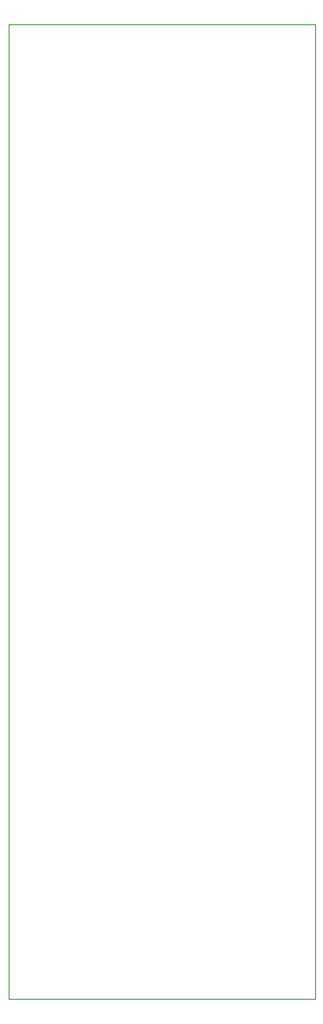
<source format=gbr>
G04 #@! TF.GenerationSoftware,KiCad,Pcbnew,(5.1.10-1-10_14)*
G04 #@! TF.CreationDate,2021-09-13T20:12:19+02:00*
G04 #@! TF.ProjectId,Ring_fold_main,52696e67-5f66-46f6-9c64-5f6d61696e2e,rev?*
G04 #@! TF.SameCoordinates,Original*
G04 #@! TF.FileFunction,Profile,NP*
%FSLAX46Y46*%
G04 Gerber Fmt 4.6, Leading zero omitted, Abs format (unit mm)*
G04 Created by KiCad (PCBNEW (5.1.10-1-10_14)) date 2021-09-13 20:12:19*
%MOMM*%
%LPD*%
G01*
G04 APERTURE LIST*
G04 #@! TA.AperFunction,Profile*
%ADD10C,0.120000*%
G04 #@! TD*
G04 APERTURE END LIST*
D10*
X78994000Y-55816500D02*
X108994000Y-55816500D01*
X78994000Y-55816500D02*
X78994000Y-150816500D01*
X78994000Y-150816500D02*
X108994000Y-150816500D01*
X108994000Y-55816500D02*
X108994000Y-150816500D01*
M02*

</source>
